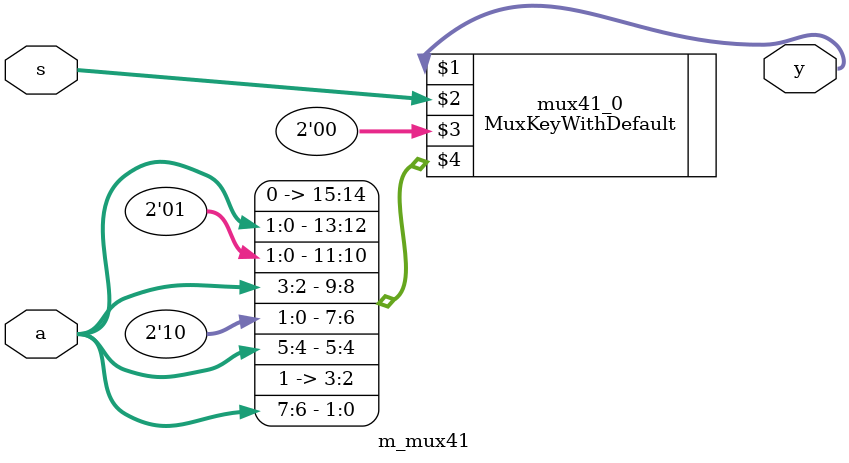
<source format=v>
module m_mux41(a,s,y);
  input  [7:0] a;  // 声明一个wire型输入变量a，其变量宽度是4位的。
  input  [1:0] s;  // 声明一个wire型输入变量s，其变量宽度是2位的。
  output reg [1:0]y; 
  
  
  
  
    // 声明一个1位reg型的输出变量y。
MuxKeyWithDefault #(4, 2, 2) mux41_0 (y, s, 2'b00, {
  2'b00, a[1:0], 
  2'b01, a[3:2], 
  2'b10, a[5:4], 
  2'b11, a[7:6]});


endmodule
</source>
